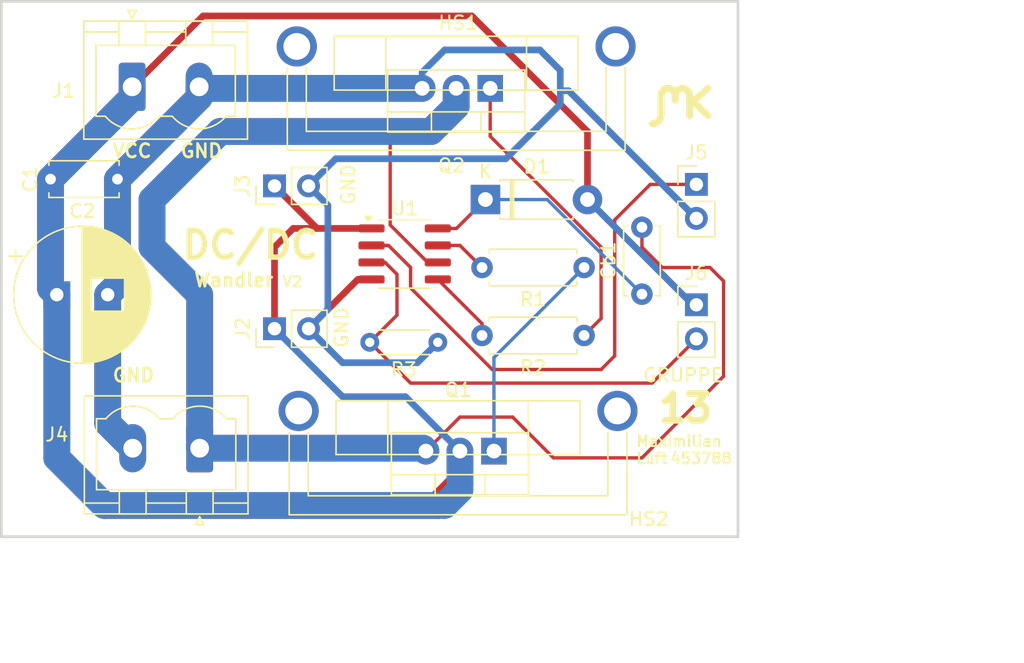
<source format=kicad_pcb>
(kicad_pcb (version 20241229) (generator "pcbnew") (generator_version "9.0")
  (layers (0 "F.Cu" signal) (2 "B.Cu" signal) (13 "F.Paste" user) (15 "B.Paste" user) (5 "F.SilkS" user "F.Silkscreen") (7 "B.SilkS" user "B.Silkscreen") (1 "F.Mask" user) (3 "B.Mask" user) (25 "Edge.Cuts" user))
  (net 0 "")
  (net 1 "GND")
  (net 2 "Net-(D1-K)")
  (net 3 "Net-(J4-Pin_1)")
  (net 4 "Net-(J5-Pin_1)")
  (net 5 "Net-(J6-Pin_2)")
  (net 6 "VCC")
  (net 7 "Net-(Q1-G)")
  (net 8 "Net-(Q2-G)")
  (net 9 "Net-(U1-HO)")
  (footprint "Heatsink:Heatsink_Fischer_FK224xx2201_25x8.3mm" (layer "F.Cu") (at 122.2 130.604)
    (property "Reference" "HS2" (at 26.136 8.08 0) (layer "F.SilkS"))
    (property "Value" "Heatsink")
    (pad "1" thru_hole circle (at 0 0) (size 3 3) (drill 2) (layers "*.Cu" "*.Mask"))
    (pad "1" thru_hole circle (at 23.8 0) (size 3 3) (drill 2) (layers "*.Cu" "*.Mask"))
  )
  (footprint "LOGO" (layer "F.Cu") (at 150.876 107.696)
    (property "Reference" "G***" (hide yes))
    (property "Value" "LOGO" (hide yes))
  )
  (footprint "MountingHole:MountingHole_2.2mm_M2_DIN965" (layer "F.Cu") (at 103 137)
    (property "Reference" "H2" (hide yes))
    (property "Value" "MountingHole" (hide yes))
    (pad "" np_thru_hole circle (at 0 0) (size 2.2 2.2) (drill 2.2) (layers "*.Cu" "*.Mask"))
  )
  (footprint "MountingHole:MountingHole_2.2mm_M2_DIN965" (layer "F.Cu") (at 103 103)
    (property "Reference" "H1" (hide yes))
    (property "Value" "MountingHole" (hide yes))
    (pad "" np_thru_hole circle (at 0 0) (size 2.2 2.2) (drill 2.2) (layers "*.Cu" "*.Mask"))
  )
  (footprint "Capacitor_THT:C_Disc_D5.0mm_W2.5mm_P5.00mm" (layer "F.Cu") (at 147.828 121.88 90)
    (property "Reference" "Cb1" (at 2.5 -2.5 90) (layer "F.SilkS"))
    (property "Value" "100n")
    (pad "1" thru_hole circle (at 0 0 90) (size 1.6 1.6) (drill 0.8) (layers "*.Cu" "*.Mask") (net 2 "Net-(D1-K)"))
    (pad "2" thru_hole circle (at 5 0 90) (size 1.6 1.6) (drill 0.8) (layers "*.Cu" "*.Mask") (net 3 "Net-(J4-Pin_1)"))
  )
  (footprint "MountingHole:MountingHole_2.2mm_M2_DIN965" (layer "F.Cu") (at 152 103)
    (property "Reference" "H3" (hide yes))
    (property "Value" "MountingHole" (hide yes))
    (pad "" np_thru_hole circle (at 0 0) (size 2.2 2.2) (drill 2.2) (layers "*.Cu" "*.Mask"))
  )
  (footprint "Package_TO_SOT_THT:TO-220-3_Vertical" (layer "F.Cu") (at 136.5 106.5 180)
    (property "Reference" "Q2" (at 2.896 -5.768 0) (layer "F.SilkS"))
    (property "Value" "IRF3708")
    (pad "1" thru_hole rect (at 0 0 180) (size 1.905 2) (drill 1.1) (layers "*.Cu" "*.Mask") (net 8 "Net-(Q2-G)"))
    (pad "2" thru_hole oval (at 2.54 0 180) (size 1.905 2) (drill 1.1) (layers "*.Cu" "*.Mask") (net 3 "Net-(J4-Pin_1)"))
    (pad "3" thru_hole oval (at 5.08 0 180) (size 1.905 2) (drill 1.1) (layers "*.Cu" "*.Mask") (net 1 "GND"))
  )
  (footprint "MountingHole:MountingHole_2.2mm_M2_DIN965" (layer "F.Cu") (at 152 137)
    (property "Reference" "H4" (hide yes))
    (property "Value" "MountingHole" (hide yes))
    (pad "" np_thru_hole circle (at 0 0) (size 2.2 2.2) (drill 2.2) (layers "*.Cu" "*.Mask"))
  )
  (footprint "Resistor_THT:R_Axial_DIN0207_L6.3mm_D2.5mm_P7.62mm_Horizontal" (layer "F.Cu") (at 143.51 124.968 180)
    (property "Reference" "R2" (at 3.81 -2.37 180) (layer "F.SilkS"))
    (property "Value" "10")
    (pad "1" thru_hole circle (at 0 0 180) (size 1.6 1.6) (drill 0.8) (layers "*.Cu" "*.Mask") (net 8 "Net-(Q2-G)"))
    (pad "2" thru_hole oval (at 7.62 0 180) (size 1.6 1.6) (drill 0.8) (layers "*.Cu" "*.Mask"))
  )
  (footprint "Capacitor_THT:CP_Radial_D10.0mm_P3.80mm" (layer "F.Cu") (at 104.14 121.92)
    (property "Reference" "C2" (at 1.9 -6.25 0) (layer "F.SilkS"))
    (property "Value" "470u")
    (pad "1" thru_hole rect (at 0 0) (size 2 2) (drill 1) (layers "*.Cu" "*.Mask") (net 6 "VCC"))
    (pad "2" thru_hole circle (at 3.8 0) (size 2 2) (drill 1) (layers "*.Cu" "*.Mask") (net 1 "GND"))
  )
  (footprint "Connector_PinHeader_2.54mm:PinHeader_1x02_P2.54mm_Vertical" (layer "F.Cu") (at 120.396 124.46 90)
    (property "Reference" "J2" (at 0 -2.38 90) (layer "F.SilkS"))
    (property "Value" "Power Out")
    (pad "1" thru_hole rect (at 0 0 90) (size 1.7 1.7) (drill 1) (layers "*.Cu" "*.Mask") (net 6 "VCC"))
    (pad "2" thru_hole circle (at 0 2.54 90) (size 1.7 1.7) (drill 1) (layers "*.Cu" "*.Mask") (net 1 "GND"))
  )
  (footprint "Connector_PinHeader_2.54mm:PinHeader_1x02_P2.54mm_Vertical" (layer "F.Cu") (at 151.892 113.677)
    (property "Reference" "J5" (at 0 -2.38 0) (layer "F.SilkS"))
    (property "Value" "Input")
    (pad "1" thru_hole rect (at 0 0) (size 1.7 1.7) (drill 1) (layers "*.Cu" "*.Mask") (net 4 "Net-(J5-Pin_1)"))
    (pad "2" thru_hole circle (at 0 2.54) (size 1.7 1.7) (drill 1) (layers "*.Cu" "*.Mask") (net 1 "GND"))
  )
  (footprint "Resistor_THT:R_Axial_DIN0207_L6.3mm_D2.5mm_P7.62mm_Horizontal" (layer "F.Cu") (at 143.51 119.888 180)
    (property "Reference" "R1" (at 3.81 -2.37 180) (layer "F.SilkS"))
    (property "Value" "10")
    (pad "1" thru_hole circle (at 0 0 180) (size 1.6 1.6) (drill 0.8) (layers "*.Cu" "*.Mask") (net 7 "Net-(Q1-G)"))
    (pad "2" thru_hole oval (at 7.62 0 180) (size 1.6 1.6) (drill 0.8) (layers "*.Cu" "*.Mask") (net 9 "Net-(U1-HO)"))
  )
  (footprint "Diode_THT:D_DO-41_SOD81_P7.62mm_Horizontal" (layer "F.Cu") (at 136.144 114.808)
    (property "Reference" "D1" (at 3.81 -2.47 0) (layer "F.SilkS"))
    (property "Value" "1N5819")
    (fp_text user "K" (at 0 -2.1 0) (layer "F.SilkS"))
    (pad "1" thru_hole rect (at 0 0) (size 2.2 2.2) (drill 1.1) (layers "*.Cu" "*.Mask") (net 2 "Net-(D1-K)"))
    (pad "2" thru_hole oval (at 7.62 0) (size 2.2 2.2) (drill 1.1) (layers "*.Cu" "*.Mask") (net 6 "VCC"))
  )
  (footprint "Package_SO:SOIC-8_3.9x4.9mm_P1.27mm" (layer "F.Cu") (at 130.113 118.872)
    (property "Reference" "U1" (at 0 -3.4 0) (layer "F.SilkS"))
    (property "Value" "IR2302")
    (pad "1" smd roundrect (at -2.475 -1.905) (size 1.95 0.6) (layers "F.Cu" "F.Mask" "F.Paste") (net 6 "VCC"))
    (pad "2" smd roundrect (at -2.475 -0.635) (size 1.95 0.6) (layers "F.Cu" "F.Mask" "F.Paste") (net 4 "Net-(J5-Pin_1)"))
    (pad "3" smd roundrect (at -2.475 0.635) (size 1.95 0.6) (layers "F.Cu" "F.Mask" "F.Paste") (net 5 "Net-(J6-Pin_2)"))
    (pad "4" smd roundrect (at -2.475 1.905) (size 1.95 0.6) (layers "F.Cu" "F.Mask" "F.Paste") (net 1 "GND"))
    (pad "5" smd roundrect (at 2.475 1.905) (size 1.95 0.6) (layers "F.Cu" "F.Mask" "F.Paste"))
    (pad "6" smd roundrect (at 2.475 0.635) (size 1.95 0.6) (layers "F.Cu" "F.Mask" "F.Paste") (net 3 "Net-(J4-Pin_1)"))
    (pad "7" smd roundrect (at 2.475 -0.635) (size 1.95 0.6) (layers "F.Cu" "F.Mask" "F.Paste") (net 9 "Net-(U1-HO)"))
    (pad "8" smd roundrect (at 2.475 -1.905) (size 1.95 0.6) (layers "F.Cu" "F.Mask" "F.Paste") (net 2 "Net-(D1-K)"))
  )
  (footprint "Connector_PinHeader_2.54mm:PinHeader_1x02_P2.54mm_Vertical" (layer "F.Cu") (at 151.892 122.677)
    (property "Reference" "J6" (at 0 -2.38 0) (layer "F.SilkS"))
    (property "Value" "Dead Man")
    (pad "1" thru_hole rect (at 0 0) (size 1.7 1.7) (drill 1) (layers "*.Cu" "*.Mask") (net 6 "VCC"))
    (pad "2" thru_hole circle (at 0 2.54) (size 1.7 1.7) (drill 1) (layers "*.Cu" "*.Mask") (net 5 "Net-(J6-Pin_2)"))
  )
  (footprint "Resistor_THT:R_Axial_DIN0204_L3.6mm_D1.6mm_P5.08mm_Horizontal" (layer "F.Cu") (at 127.508 125.476)
    (property "Reference" "R3" (at 2.54 2.032 0) (layer "F.SilkS"))
    (property "Value" "1k")
    (pad "1" thru_hole circle (at 0 0) (size 1.4 1.4) (drill 0.7) (layers "*.Cu" "*.Mask") (net 5 "Net-(J6-Pin_2)"))
    (pad "2" thru_hole oval (at 5.08 0) (size 1.4 1.4) (drill 0.7) (layers "*.Cu" "*.Mask") (net 1 "GND"))
  )
  (footprint "Connector_PinHeader_2.54mm:PinHeader_1x02_P2.54mm_Vertical" (layer "F.Cu") (at 120.396 113.792 90)
    (property "Reference" "J3" (at 0 -2.38 90) (layer "F.SilkS"))
    (property "Value" "Power Out")
    (pad "1" thru_hole rect (at 0 0 90) (size 1.7 1.7) (drill 1) (layers "*.Cu" "*.Mask") (net 6 "VCC"))
    (pad "2" thru_hole circle (at 0 2.54 90) (size 1.7 1.7) (drill 1) (layers "*.Cu" "*.Mask") (net 1 "GND"))
  )
  (footprint "Package_TO_SOT_THT:TO-220-3_Vertical" (layer "F.Cu") (at 136.78 133.604 180)
    (property "Reference" "Q1" (at 2.668 4.572 0) (layer "F.SilkS"))
    (property "Value" "IRF3708")
    (pad "1" thru_hole rect (at 0 0 180) (size 1.905 2) (drill 1.1) (layers "*.Cu" "*.Mask") (net 7 "Net-(Q1-G)"))
    (pad "2" thru_hole oval (at 2.54 0 180) (size 1.905 2) (drill 1.1) (layers "*.Cu" "*.Mask") (net 6 "VCC"))
    (pad "3" thru_hole oval (at 5.08 0 180) (size 1.905 2) (drill 1.1) (layers "*.Cu" "*.Mask") (net 3 "Net-(J4-Pin_1)"))
  )
  (footprint "Capacitor_THT:C_Disc_D5.0mm_W2.5mm_P5.00mm" (layer "F.Cu") (at 103.672 113.284)
    (property "Reference" "C1" (at -1.524 0 90) (layer "F.SilkS"))
    (property "Value" "100n")
    (pad "1" thru_hole circle (at 0 0) (size 1.6 1.6) (drill 0.8) (layers "*.Cu" "*.Mask") (net 6 "VCC"))
    (pad "2" thru_hole circle (at 5 0) (size 1.6 1.6) (drill 0.8) (layers "*.Cu" "*.Mask") (net 1 "GND"))
  )
  (footprint "Heatsink:Heatsink_Fischer_FK224xx2201_25x8.3mm" (layer "F.Cu") (at 122.06 103.37)
    (property "Reference" "HS1" (at 12.052 -1.77 180) (layer "F.SilkS"))
    (property "Value" "Heatsink")
    (pad "1" thru_hole circle (at 0 0) (size 3 3) (drill 2) (layers "*.Cu" "*.Mask"))
    (pad "1" thru_hole circle (at 23.8 0) (size 3 3) (drill 2) (layers "*.Cu" "*.Mask"))
  )
  (footprint "Connector_Phoenix_MSTB:PhoenixContact_MSTBVA_2,5_2-G_1x02_P5.00mm_Vertical" (layer "F.Cu") (at 109.768 106.3865)
    (property "Reference" "J1" (at -5.12 0.2935 0) (layer "F.SilkS"))
    (property "Value" "Power Input")
    (pad "1" thru_hole roundrect (at 0 0) (size 2 3.6) (drill 1.4) (layers "*.Cu" "*.Mask") (roundrect_rratio 0.125) (net 6 "VCC"))
    (pad "2" thru_hole oval (at 5 0) (size 2 3.6) (drill 1.4) (layers "*.Cu" "*.Mask") (net 1 "GND"))
  )
  (footprint "Connector_Phoenix_MSTB:PhoenixContact_MSTBVA_2,5_2-G_1x02_P5.00mm_Vertical" (layer "F.Cu") (at 114.808 133.3895 180)
    (property "Reference" "J4" (at 10.668 1.016 180) (layer "F.SilkS"))
    (property "Value" "Motor Output")
    (pad "1" thru_hole roundrect (at 0 0 180) (size 2 3.6) (drill 1.4) (layers "*.Cu" "*.Mask") (roundrect_rratio 0.125) (net 3 "Net-(J4-Pin_1)"))
    (pad "2" thru_hole oval (at 5 0 180) (size 2 3.6) (drill 1.4) (layers "*.Cu" "*.Mask") (net 1 "GND"))
  )
  (gr_line (start 100 100) (end 100 140) (stroke (width 0.2)) (layer "Edge.Cuts"))
  (gr_line (start 155 140) (end 100 140) (stroke (width 0.2)) (layer "Edge.Cuts"))
  (gr_line (start 155 140) (end 155 100) (stroke (width 0.2)) (layer "Edge.Cuts"))
  (gr_line (start 100 100) (end 155 100) (stroke (width 0.2)) (layer "Edge.Cuts"))
  (gr_text "13" (at 148.844 131.572 0) (layer "F.SilkS") (effects (font (size 2 2) (thickness 0.5) (bold yes)) (justify left bottom)))
  (gr_text "GND" (at 113.284 111.76 0) (layer "F.SilkS") (effects (font (size 1 1) (thickness 0.2) (bold yes)) (justify left bottom)))
  (gr_text "GND" (at 126.492 115.316 90) (layer "F.SilkS") (effects (font (size 1 1)) (justify left bottom)))
  (gr_text "GND" (at 125.984 125.984 90) (layer "F.SilkS") (effects (font (size 1 1)) (justify left bottom)))
  (gr_text "453788" (at 149.86 134.62 0) (layer "F.SilkS") (effects (font (size 0.8 0.8) (thickness 0.15) (bold yes)) (justify left bottom)))
  (gr_text "GRUPPE" (at 147.828 128.524 0) (layer "F.SilkS") (effects (font (size 1 1)) (justify left bottom)))
  (gr_text "DC/DC" (at 113.284 119.38 0) (layer "F.SilkS") (effects (font (size 2 2) (thickness 0.4) (bold yes)) (justify left bottom)))
  (gr_text "Wandler" (at 114.3 121.412 0) (layer "F.SilkS") (effects (font (size 1 1) (thickness 0.2) (bold yes)) (justify left bottom)))
  (gr_text "Maximilian\nLuft" (at 147.32 134.62 0) (layer "F.SilkS") (effects (font (size 0.8 0.8)) (justify left bottom)))
  (gr_text "V2" (at 120.904 121.412 0) (layer "F.SilkS") (effects (font (size 0.8 0.8) (thickness 0.15) (bold yes)) (justify left bottom)))
  (gr_text "VCC" (at 108.204 111.76 0) (layer "F.SilkS") (effects (font (size 1 1) (thickness 0.2) (bold yes)) (justify left bottom)))
  (gr_text "GND" (at 108.204 128.524 0) (layer "F.SilkS") (effects (font (size 1 1) (thickness 0.2) (bold yes)) (justify left bottom)))
  (segment (start 135.89 124.079) (end 135.89 124.968) (width 0.25) (layer "F.Cu") (net 0))
  (segment (start 132.588 120.777) (end 135.89 124.079) (width 0.25) (layer "F.Cu") (net 0))
  (segment (start 108.672 113.284) (end 108.672 121.188) (width 2) (layer "F.Cu") (net 1))
  (segment (start 107.94 121.92) (end 107.94 131.5215) (width 2) (layer "F.Cu") (net 1))
  (segment (start 107.94 131.5215) (end 109.808 133.3895) (width 2) (layer "F.Cu") (net 1))
  (segment (start 126.619 120.777) (end 127.638 120.777) (width 0.5) (layer "F.Cu") (net 1))
  (segment (start 114.768 107.188) (end 108.672 113.284) (width 2) (layer "F.Cu") (net 1))
  (segment (start 131.42 106.5) (end 114.8815 106.5) (width 2) (layer "F.Cu") (net 1))
  (segment (start 122.936 124.46) (end 126.619 120.777) (width 0.5) (layer "F.Cu") (net 1))
  (segment (start 114.8815 106.5) (end 114.768 106.3865) (width 2) (layer "F.Cu") (net 1))
  (segment (start 108.672 121.188) (end 107.94 121.92) (width 2) (layer "F.Cu") (net 1))
  (segment (start 114.768 106.3865) (end 114.768 107.188) (width 2) (layer "F.Cu") (net 1))
  (segment (start 107.94 131.5215) (end 109.808 133.3895) (width 2) (layer "B.Cu") (net 1))
  (segment (start 137.668 111.76) (end 141.732 107.696) (width 0.5) (layer "B.Cu") (net 1))
  (segment (start 141.732 107.696) (end 141.732 106.68) (width 0.5) (layer "B.Cu") (net 1))
  (segment (start 131.42 105.308) (end 131.42 106.5) (width 0.5) (layer "B.Cu") (net 1))
  (segment (start 141.732 106.68) (end 141.732 105.156) (width 0.5) (layer "B.Cu") (net 1))
  (segment (start 140.208 103.632) (end 133.096 103.632) (width 0.5) (layer "B.Cu") (net 1))
  (segment (start 108.672 121.188) (end 107.94 121.92) (width 2) (layer "B.Cu") (net 1))
  (segment (start 114.768 106.3865) (end 114.768 107.188) (width 2) (layer "B.Cu") (net 1))
  (segment (start 142.355 106.68) (end 141.732 106.68) (width 0.5) (layer "B.Cu") (net 1))
  (segment (start 108.672 113.284) (end 108.672 121.188) (width 2) (layer "B.Cu") (net 1))
  (segment (start 124.38 123.016) (end 124.38 115.236) (width 0.5) (layer "B.Cu") (net 1))
  (segment (start 131.42 106.5) (end 114.8815 106.5) (width 2) (layer "B.Cu") (net 1))
  (segment (start 151.892 116.217) (end 142.355 106.68) (width 0.5) (layer "B.Cu") (net 1))
  (segment (start 125.476 127) (end 131.064 127) (width 0.5) (layer "B.Cu") (net 1))
  (segment (start 131.064 127) (end 132.588 125.476) (width 0.5) (layer "B.Cu") (net 1))
  (segment (start 114.768 105.8785) (end 114.768 106.72) (width 2) (layer "B.Cu") (net 1))
  (segment (start 114.768 107.188) (end 108.672 113.284) (width 2) (layer "B.Cu") (net 1))
  (segment (start 124.38 115.236) (end 122.936 113.792) (width 0.5) (layer "B.Cu") (net 1))
  (segment (start 122.936 113.792) (end 124.968 111.76) (width 0.5) (layer "B.Cu") (net 1))
  (segment (start 141.732 105.156) (end 140.208 103.632) (width 0.5) (layer "B.Cu") (net 1))
  (segment (start 124.968 111.76) (end 137.668 111.76) (width 0.5) (layer "B.Cu") (net 1))
  (segment (start 122.936 124.46) (end 125.476 127) (width 0.5) (layer "B.Cu") (net 1))
  (segment (start 124.38 123.016) (end 122.936 124.46) (width 0.5) (layer "B.Cu") (net 1))
  (segment (start 133.096 103.632) (end 131.42 105.308) (width 0.5) (layer "B.Cu") (net 1))
  (segment (start 107.94 121.92) (end 107.94 131.5215) (width 2) (layer "B.Cu") (net 1))
  (segment (start 114.8815 106.5) (end 114.768 106.3865) (width 2) (layer "B.Cu") (net 1))
  (segment (start 132.588 116.967) (end 133.985 116.967) (width 0.25) (layer "F.Cu") (net 2))
  (segment (start 133.985 116.967) (end 136.144 114.808) (width 0.25) (layer "F.Cu") (net 2))
  (segment (start 140.756 114.808) (end 136.144 114.808) (width 0.25) (layer "B.Cu") (net 2))
  (segment (start 147.828 121.88) (end 140.756 114.808) (width 0.25) (layer "B.Cu") (net 2))
  (segment (start 149.352 119.888) (end 147.828 118.364) (width 0.25) (layer "F.Cu") (net 3))
  (segment (start 114.808 121.92) (end 111.252 118.364) (width 2) (layer "F.Cu") (net 3))
  (segment (start 114.808 121.92) (end 114.808 133.3895) (width 2) (layer "F.Cu") (net 3))
  (segment (start 111.252 118.364) (end 111.252 114.808) (width 2) (layer "F.Cu") (net 3))
  (segment (start 141.224 134.112) (end 147.828 134.112) (width 0.25) (layer "F.Cu") (net 3))
  (segment (start 147.828 134.112) (end 153.924 128.016) (width 0.25) (layer "F.Cu") (net 3))
  (segment (start 153.924 128.016) (end 153.924 120.904) (width 0.25) (layer "F.Cu") (net 3))
  (segment (start 138.176 131.064) (end 141.224 134.112) (width 0.25) (layer "F.Cu") (net 3))
  (segment (start 153.924 120.904) (end 152.908 119.888) (width 0.25) (layer "F.Cu") (net 3))
  (segment (start 114.808 133.3895) (end 131.4855 133.3895) (width 2) (layer "F.Cu") (net 3))
  (segment (start 129.032 109.728) (end 132.08 109.728) (width 2) (layer "F.Cu") (net 3))
  (segment (start 133.96 107.848) (end 133.96 106.5) (width 2) (layer "F.Cu") (net 3))
  (segment (start 132.08 109.728) (end 133.96 107.848) (width 2) (layer "F.Cu") (net 3))
  (segment (start 129.032 116.708678) (end 129.032 109.728) (width 0.25) (layer "F.Cu") (net 3))
  (segment (start 134.24 131.064) (end 138.176 131.064) (width 0.25) (layer "F.Cu") (net 3))
  (segment (start 147.828 118.364) (end 147.828 116.88) (width 0.25) (layer "F.Cu") (net 3))
  (segment (start 111.252 114.808) (end 116.332 109.728) (width 2) (layer "F.Cu") (net 3))
  (segment (start 131.4855 133.3895) (end 131.7 133.604) (width 2) (layer "F.Cu") (net 3))
  (segment (start 131.7 133.604) (end 134.24 131.064) (width 0.25) (layer "F.Cu") (net 3))
  (segment (start 131.830322 119.507) (end 129.032 116.708678) (width 0.25) (layer "F.Cu") (net 3))
  (segment (start 132.588 119.507) (end 131.830322 119.507) (width 0.25) (layer "F.Cu") (net 3))
  (segment (start 116.332 109.728) (end 129.032 109.728) (width 2) (layer "F.Cu") (net 3))
  (segment (start 152.908 119.888) (end 149.352 119.888) (width 0.25) (layer "F.Cu") (net 3))
  (segment (start 114.808 133.3895) (end 131.4855 133.3895) (width 2) (layer "B.Cu") (net 3))
  (segment (start 111.252 114.808) (end 116.332 109.728) (width 2) (layer "B.Cu") (net 3))
  (segment (start 131.4855 133.3895) (end 131.7 133.604) (width 2) (layer "B.Cu") (net 3))
  (segment (start 114.808 121.92) (end 111.252 118.364) (width 2) (layer "B.Cu") (net 3))
  (segment (start 132.08 109.728) (end 133.96 107.848) (width 2) (layer "B.Cu") (net 3))
  (segment (start 111.252 118.364) (end 111.252 114.808) (width 2) (layer "B.Cu") (net 3))
  (segment (start 133.96 107.848) (end 133.96 106.5) (width 2) (layer "B.Cu") (net 3))
  (segment (start 114.808 121.92) (end 114.808 133.3895) (width 2) (layer "B.Cu") (net 3))
  (segment (start 116.332 109.728) (end 132.08 109.728) (width 2) (layer "B.Cu") (net 3))
  (segment (start 136.652 127.508) (end 144.78 127.508) (width 0.25) (layer "F.Cu") (net 4))
  (segment (start 127.638 118.237) (end 128.905 118.237) (width 0.25) (layer "F.Cu") (net 4))
  (segment (start 130.556 121.412) (end 136.652 127.508) (width 0.25) (layer "F.Cu") (net 4))
  (segment (start 130.556 119.888) (end 130.556 121.412) (width 0.25) (layer "F.Cu") (net 4))
  (segment (start 145.796 116.332) (end 148.451 113.677) (width 0.25) (layer "F.Cu") (net 4))
  (segment (start 145.796 126.492) (end 145.796 116.332) (width 0.25) (layer "F.Cu") (net 4))
  (segment (start 144.78 127.508) (end 145.796 126.492) (width 0.25) (layer "F.Cu") (net 4))
  (segment (start 128.905 118.237) (end 130.556 119.888) (width 0.25) (layer "F.Cu") (net 4))
  (segment (start 148.451 113.677) (end 151.892 113.677) (width 0.25) (layer "F.Cu") (net 4))
  (segment (start 130.556 128.524) (end 127.508 125.476) (width 0.25) (layer "F.Cu") (net 5))
  (segment (start 129.54 120.396) (end 129.54 123.444) (width 0.25) (layer "F.Cu") (net 5))
  (segment (start 151.892 125.217) (end 148.585 128.524) (width 0.25) (layer "F.Cu") (net 5))
  (segment (start 127.638 119.507) (end 128.651 119.507) (width 0.25) (layer "F.Cu") (net 5))
  (segment (start 129.54 123.444) (end 127.508 125.476) (width 0.25) (layer "F.Cu") (net 5))
  (segment (start 148.585 128.524) (end 130.556 128.524) (width 0.25) (layer "F.Cu") (net 5))
  (segment (start 128.651 119.507) (end 129.54 120.396) (width 0.25) (layer "F.Cu") (net 5))
  (segment (start 104.14 134.112) (end 107.696 137.668) (width 2) (layer "F.Cu") (net 6))
  (segment (start 123.571 116.967) (end 120.396 113.792) (width 0.5) (layer "F.Cu") (net 6))
  (segment (start 115.0625 101.092) (end 109.768 106.3865) (width 0.5) (layer "F.Cu") (net 6))
  (segment (start 107.696 137.668) (end 132.588 137.668) (width 2) (layer "F.Cu") (net 6))
  (segment (start 103.672 121.452) (end 104.14 121.92) (width 2) (layer "F.Cu") (net 6))
  (segment (start 123.571 116.967) (end 121.793 116.967) (width 0.5) (layer "F.Cu") (net 6))
  (segment (start 109.768 106.3865) (end 109.768 107.188) (width 2) (layer "F.Cu") (net 6))
  (segment (start 135.128 101.092) (end 143.764 109.728) (width 0.5) (layer "F.Cu") (net 6))
  (segment (start 132.588 137.668) (end 134.24 136.016) (width 2) (layer "F.Cu") (net 6))
  (segment (start 121.793 116.967) (end 120.396 118.364) (width 0.5) (layer "F.Cu") (net 6))
  (segment (start 120.396 118.364) (end 120.396 124.46) (width 0.5) (layer "F.Cu") (net 6))
  (segment (start 103.672 113.284) (end 103.672 121.452) (width 2) (layer "F.Cu") (net 6))
  (segment (start 109.768 107.188) (end 103.672 113.284) (width 2) (layer "F.Cu") (net 6))
  (segment (start 104.14 121.92) (end 104.14 134.112) (width 2) (layer "F.Cu") (net 6))
  (segment (start 134.24 136.016) (end 134.24 133.604) (width 2) (layer "F.Cu") (net 6))
  (segment (start 127.638 116.967) (end 123.571 116.967) (width 0.5) (layer "F.Cu") (net 6))
  (segment (start 143.764 109.728) (end 143.764 114.808) (width 0.5) (layer "F.Cu") (net 6))
  (segment (start 115.316 101.092) (end 115.0625 101.092) (width 0.5) (layer "F.Cu") (net 6))
  (segment (start 119.888 113.035) (end 120.645 113.792) (width 0.25) (layer "F.Cu") (net 6))
  (segment (start 115.316 101.092) (end 135.128 101.092) (width 0.5) (layer "F.Cu") (net 6))
  (segment (start 109.768 107.188) (end 103.672 113.284) (width 2) (layer "B.Cu") (net 6))
  (segment (start 104.14 121.92) (end 104.14 134.112) (width 2) (layer "B.Cu") (net 6))
  (segment (start 134.24 133.604) (end 134.24 134.213577) (width 0.25) (layer "B.Cu") (net 6))
  (segment (start 104.14 134.112) (end 107.696 137.668) (width 2) (layer "B.Cu") (net 6))
  (segment (start 103.672 121.452) (end 104.14 121.92) (width 2) (layer "B.Cu") (net 6))
  (segment (start 125.476 129.54) (end 120.396 124.46) (width 0.5) (layer "B.Cu") (net 6))
  (segment (start 133.081 137.668) (end 134.24 136.509) (width 2) (layer "B.Cu") (net 6))
  (segment (start 107.696 137.668) (end 133.081 137.668) (width 2) (layer "B.Cu") (net 6))
  (segment (start 130.176 129.54) (end 125.476 129.54) (width 0.5) (layer "B.Cu") (net 6))
  (segment (start 103.672 113.284) (end 103.672 121.452) (width 2) (layer "B.Cu") (net 6))
  (segment (start 109.768 106.3865) (end 109.768 107.188) (width 2) (layer "B.Cu") (net 6))
  (segment (start 134.24 133.604) (end 130.176 129.54) (width 0.5) (layer "B.Cu") (net 6))
  (segment (start 151.633 122.677) (end 143.764 114.808) (width 0.5) (layer "B.Cu") (net 6))
  (segment (start 134.24 136.509) (end 134.24 133.604) (width 2) (layer "B.Cu") (net 6))
  (segment (start 151.892 122.677) (end 151.633 122.677) (width 0.25) (layer "B.Cu") (net 6))
  (segment (start 143.51 119.888) (end 136.78 126.618) (width 0.25) (layer "B.Cu") (net 7))
  (segment (start 136.78 126.618) (end 136.78 133.604) (width 0.25) (layer "B.Cu") (net 7))
  (segment (start 136.5 110.084) (end 144.78 118.364) (width 0.25) (layer "F.Cu") (net 8))
  (segment (start 144.78 118.364) (end 144.78 123.698) (width 0.25) (layer "F.Cu") (net 8))
  (segment (start 136.5 106.5) (end 136.5 110.084) (width 0.25) (layer "F.Cu") (net 8))
  (segment (start 144.78 123.698) (end 143.51 124.968) (width 0.25) (layer "F.Cu") (net 8))
  (segment (start 134.239 118.237) (end 135.89 119.888) (width 0.25) (layer "F.Cu") (net 9))
  (segment (start 132.588 118.237) (end 134.239 118.237) (width 0.25) (layer "F.Cu") (net 9))
)
</source>
